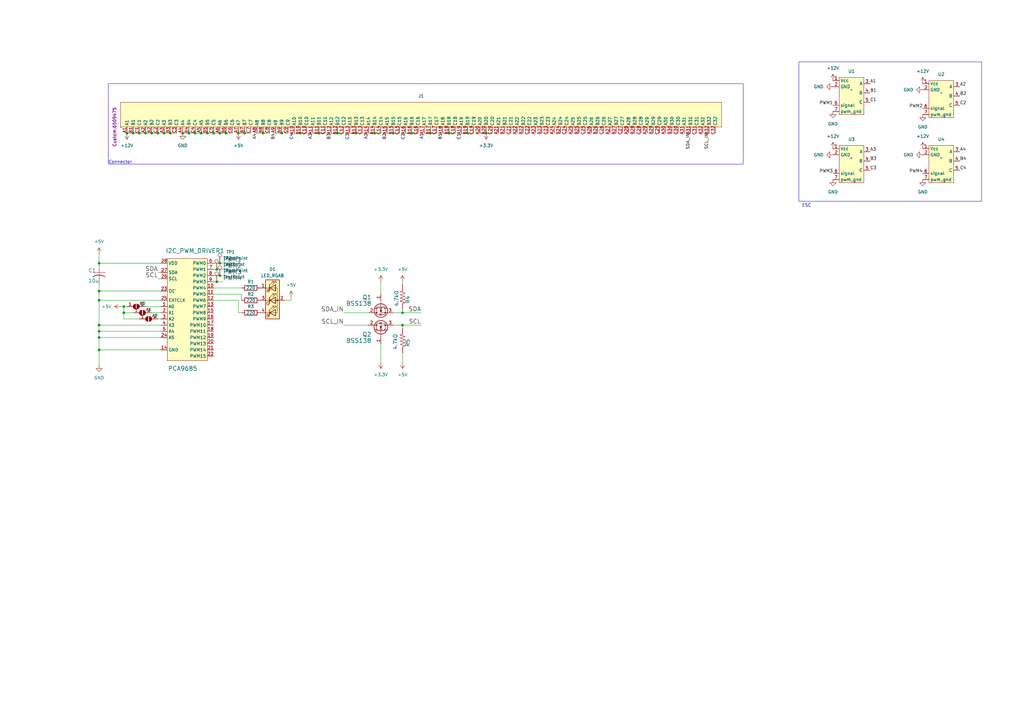
<source format=kicad_sch>
(kicad_sch (version 20230121) (generator eeschema)
  (paper "A3")
  (title_block (title "Thruster Control Card") (company "Robatics @ Maryland") (comment 1 "Andrew Schaefer"))
  (lib_symbols
    (symbol "Connector:TestPoint" (pin_numbers hide) (pin_names (offset 0.762) hide)
      (property "Reference" "TP" (at 0 6.858 0))
      (property "Value" "TestPoint" (at 0 5.08 0))
      (symbol "TestPoint_0_1"
        (circle (center 0 3.302) (radius 0.762))
      )
      (symbol "TestPoint_1_1"
        (pin passive line (at 0 0 90) (length 2.54) (name "1") (number "1"))
      )
    )
    (symbol "Custom:650470"
      (property "Reference" "J" (at 0 0 0))
      (symbol "650470_1_1"
        (rectangle (start 0 0) (end 10.16 -246.38) (fill (type background)))
        (pin passive line (at -2.54 -2.54 0) (length 2.54) (name "A1") (number "A1"))
        (pin passive line (at -2.54 -71.12 0) (length 2.54) (name "A10") (number "A10"))
        (pin passive line (at -2.54 -78.74 0) (length 2.54) (name "A11") (number "A11"))
        (pin passive line (at -2.54 -86.36 0) (length 2.54) (name "A12") (number "A12"))
        (pin passive line (at -2.54 -93.98 0) (length 2.54) (name "A13") (number "A13"))
        (pin passive line (at -2.54 -101.6 0) (length 2.54) (name "A14") (number "A14"))
        (pin passive line (at -2.54 -109.22 0) (length 2.54) (name "A15") (number "A15"))
        (pin passive line (at -2.54 -116.84 0) (length 2.54) (name "A16") (number "A16"))
        (pin passive line (at -2.54 -124.46 0) (length 2.54) (name "A17") (number "A17"))
        (pin passive line (at -2.54 -132.08 0) (length 2.54) (name "A18") (number "A18"))
        (pin passive line (at -2.54 -139.7 0) (length 2.54) (name "A19") (number "A19"))
        (pin passive line (at -2.54 -10.16 0) (length 2.54) (name "A2") (number "A2"))
        (pin passive line (at -2.54 -147.32 0) (length 2.54) (name "A20") (number "A20"))
        (pin passive line (at -2.54 -154.94 0) (length 2.54) (name "A21") (number "A21"))
        (pin passive line (at -2.54 -162.56 0) (length 2.54) (name "A22") (number "A22"))
        (pin passive line (at -2.54 -170.18 0) (length 2.54) (name "A23") (number "A23"))
        (pin passive line (at -2.54 -177.8 0) (length 2.54) (name "A24") (number "A24"))
        (pin passive line (at -2.54 -185.42 0) (length 2.54) (name "A25") (number "A25"))
        (pin passive line (at -2.54 -193.04 0) (length 2.54) (name "A26") (number "A26"))
        (pin passive line (at -2.54 -200.66 0) (length 2.54) (name "A27") (number "A27"))
        (pin passive line (at -2.54 -208.28 0) (length 2.54) (name "A28") (number "A28"))
        (pin passive line (at -2.54 -215.9 0) (length 2.54) (name "A29") (number "A29"))
        (pin passive line (at -2.54 -17.78 0) (length 2.54) (name "A3") (number "A3"))
        (pin passive line (at -2.54 -223.52 0) (length 2.54) (name "A30") (number "A30"))
        (pin passive line (at -2.54 -231.14 0) (length 2.54) (name "A31") (number "A31"))
        (pin passive line (at -2.54 -238.76 0) (length 2.54) (name "A32") (number "A32"))
        (pin passive line (at -2.54 -25.4 0) (length 2.54) (name "A4") (number "A4"))
        (pin passive line (at -2.54 -33.02 0) (length 2.54) (name "A5") (number "A5"))
        (pin passive line (at -2.54 -40.64 0) (length 2.54) (name "A6") (number "A6"))
        (pin passive line (at -2.54 -48.26 0) (length 2.54) (name "A7") (number "A7"))
        (pin passive line (at -2.54 -55.88 0) (length 2.54) (name "A8") (number "A8"))
        (pin passive line (at -2.54 -63.5 0) (length 2.54) (name "A9") (number "A9"))
        (pin passive line (at -2.54 -5.08 0) (length 2.54) (name "B1") (number "B1"))
        (pin passive line (at -2.54 -73.66 0) (length 2.54) (name "B10") (number "B10"))
        (pin passive line (at -2.54 -81.28 0) (length 2.54) (name "B11") (number "B11"))
        (pin passive line (at -2.54 -88.9 0) (length 2.54) (name "B12") (number "B12"))
        (pin passive line (at -2.54 -96.52 0) (length 2.54) (name "B13") (number "B13"))
        (pin passive line (at -2.54 -104.14 0) (length 2.54) (name "B14") (number "B14"))
        (pin passive line (at -2.54 -111.76 0) (length 2.54) (name "B15") (number "B15"))
        (pin passive line (at -2.54 -119.38 0) (length 2.54) (name "B16") (number "B16"))
        (pin passive line (at -2.54 -127 0) (length 2.54) (name "B17") (number "B17"))
        (pin passive line (at -2.54 -134.62 0) (length 2.54) (name "B18") (number "B18"))
        (pin passive line (at -2.54 -142.24 0) (length 2.54) (name "B19") (number "B19"))
        (pin passive line (at -2.54 -12.7 0) (length 2.54) (name "B2") (number "B2"))
        (pin passive line (at -2.54 -149.86 0) (length 2.54) (name "B20") (number "B20"))
        (pin passive line (at -2.54 -157.48 0) (length 2.54) (name "B21") (number "B21"))
        (pin passive line (at -2.54 -165.1 0) (length 2.54) (name "B22") (number "B22"))
        (pin passive line (at -2.54 -172.72 0) (length 2.54) (name "B23") (number "B23"))
        (pin passive line (at -2.54 -180.34 0) (length 2.54) (name "B24") (number "B24"))
        (pin passive line (at -2.54 -187.96 0) (length 2.54) (name "B25") (number "B25"))
        (pin passive line (at -2.54 -195.58 0) (length 2.54) (name "B26") (number "B26"))
        (pin passive line (at -2.54 -203.2 0) (length 2.54) (name "B27") (number "B27"))
        (pin passive line (at -2.54 -210.82 0) (length 2.54) (name "B28") (number "B28"))
        (pin passive line (at -2.54 -218.44 0) (length 2.54) (name "B29") (number "B29"))
        (pin passive line (at -2.54 -20.32 0) (length 2.54) (name "B3") (number "B3"))
        (pin passive line (at -2.54 -226.06 0) (length 2.54) (name "B30") (number "B30"))
        (pin passive line (at -2.54 -233.68 0) (length 2.54) (name "B31") (number "B31"))
        (pin passive line (at -2.54 -241.3 0) (length 2.54) (name "B32") (number "B32"))
        (pin passive line (at -2.54 -27.94 0) (length 2.54) (name "B4") (number "B4"))
        (pin passive line (at -2.54 -35.56 0) (length 2.54) (name "B5") (number "B5"))
        (pin passive line (at -2.54 -43.18 0) (length 2.54) (name "B6") (number "B6"))
        (pin passive line (at -2.54 -50.8 0) (length 2.54) (name "B7") (number "B7"))
        (pin passive line (at -2.54 -58.42 0) (length 2.54) (name "B8") (number "B8"))
        (pin passive line (at -2.54 -66.04 0) (length 2.54) (name "B9") (number "B9"))
        (pin passive line (at -2.54 -7.62 0) (length 2.54) (name "C1") (number "C1"))
        (pin passive line (at -2.54 -76.2 0) (length 2.54) (name "C10") (number "C10"))
        (pin passive line (at -2.54 -83.82 0) (length 2.54) (name "C11") (number "C11"))
        (pin passive line (at -2.54 -91.44 0) (length 2.54) (name "C12") (number "C12"))
        (pin passive line (at -2.54 -99.06 0) (length 2.54) (name "C13") (number "C13"))
        (pin passive line (at -2.54 -106.68 0) (length 2.54) (name "C14") (number "C14"))
        (pin passive line (at -2.54 -114.3 0) (length 2.54) (name "C15") (number "C15"))
        (pin passive line (at -2.54 -121.92 0) (length 2.54) (name "C16") (number "C16"))
        (pin passive line (at -2.54 -129.54 0) (length 2.54) (name "C17") (number "C17"))
        (pin passive line (at -2.54 -137.16 0) (length 2.54) (name "C18") (number "C18"))
        (pin passive line (at -2.54 -144.78 0) (length 2.54) (name "C19") (number "C19"))
        (pin passive line (at -2.54 -15.24 0) (length 2.54) (name "C2") (number "C2"))
        (pin passive line (at -2.54 -152.4 0) (length 2.54) (name "C20") (number "C20"))
        (pin passive line (at -2.54 -160.02 0) (length 2.54) (name "C21") (number "C21"))
        (pin passive line (at -2.54 -167.64 0) (length 2.54) (name "C22") (number "C22"))
        (pin passive line (at -2.54 -175.26 0) (length 2.54) (name "C23") (number "C23"))
        (pin passive line (at -2.54 -182.88 0) (length 2.54) (name "C24") (number "C24"))
        (pin passive line (at -2.54 -190.5 0) (length 2.54) (name "C25") (number "C25"))
        (pin passive line (at -2.54 -198.12 0) (length 2.54) (name "C26") (number "C26"))
        (pin passive line (at -2.54 -205.74 0) (length 2.54) (name "C27") (number "C27"))
        (pin passive line (at -2.54 -213.36 0) (length 2.54) (name "C28") (number "C28"))
        (pin passive line (at -2.54 -220.98 0) (length 2.54) (name "C29") (number "C29"))
        (pin passive line (at -2.54 -22.86 0) (length 2.54) (name "C3") (number "C3"))
        (pin passive line (at -2.54 -228.6 0) (length 2.54) (name "C30") (number "C30"))
        (pin passive line (at -2.54 -236.22 0) (length 2.54) (name "C31") (number "C31"))
        (pin passive line (at -2.54 -243.84 0) (length 2.54) (name "C32") (number "C32"))
        (pin passive line (at -2.54 -30.48 0) (length 2.54) (name "C4") (number "C4"))
        (pin passive line (at -2.54 -38.1 0) (length 2.54) (name "C5") (number "C5"))
        (pin passive line (at -2.54 -45.72 0) (length 2.54) (name "C6") (number "C6"))
        (pin passive line (at -2.54 -53.34 0) (length 2.54) (name "C7") (number "C7"))
        (pin passive line (at -2.54 -60.96 0) (length 2.54) (name "C8") (number "C8"))
        (pin passive line (at -2.54 -68.58 0) (length 2.54) (name "C9") (number "C9"))
      )
    )
    (symbol "Device:LED_RGAB" (pin_names (offset 0) hide)
      (property "Reference" "D1" (at 0 12.7 0))
      (property "Value" "LED_RGAB" (at 0 10.16 0))
      (symbol "LED_RGAB_0_0"
        (text "B" (at -1.905 -6.35 0) (effects (font (size 1.27 1.27))))
        (text "G" (at -1.905 -1.27 0) (effects (font (size 1.27 1.27))))
        (text "R" (at -1.905 3.81 0) (effects (font (size 1.27 1.27))))
      )
      (symbol "LED_RGAB_0_1"
        (polyline (pts (xy -1.27 -5.08) (xy -2.54 -5.08)))
        (polyline (pts (xy -1.27 -5.08) (xy 1.27 -5.08)))
        (polyline (pts (xy -1.27 -3.81) (xy -1.27 -6.35)) (stroke (width 0.254)))
        (polyline (pts (xy -1.27 0) (xy -2.54 0)))
        (polyline (pts (xy -1.27 1.27) (xy -1.27 -1.27)) (stroke (width 0.254)))
        (polyline (pts (xy -1.27 5.08) (xy -2.54 5.08)))
        (polyline (pts (xy -1.27 5.08) (xy 1.27 5.08)))
        (polyline (pts (xy -1.27 6.35) (xy -1.27 3.81)) (stroke (width 0.254)))
        (polyline (pts (xy 1.27 0) (xy -1.27 0)))
        (polyline (pts (xy 1.27 0) (xy 2.54 0)))
        (polyline (pts (xy -1.27 1.27) (xy -1.27 -1.27) (xy -1.27 -1.27)))
        (polyline (pts (xy -1.27 6.35) (xy -1.27 3.81) (xy -1.27 3.81)))
        (polyline (pts (xy 1.27 -5.08) (xy 2.032 -5.08) (xy 2.032 5.08) (xy 1.27 5.08)))
        (polyline (pts (xy 1.27 -3.81) (xy 1.27 -6.35) (xy -1.27 -5.08) (xy 1.27 -3.81)) (stroke (width 0.254)))
        (polyline (pts (xy 1.27 1.27) (xy 1.27 -1.27) (xy -1.27 0) (xy 1.27 1.27)) (stroke (width 0.254)))
        (polyline (pts (xy 1.27 6.35) (xy 1.27 3.81) (xy -1.27 5.08) (xy 1.27 6.35)) (stroke (width 0.254)))
        (polyline (pts (xy -1.016 -3.81) (xy 0.508 -2.286) (xy -0.254 -2.286) (xy 0.508 -2.286) (xy 0.508 -3.048)))
        (polyline (pts (xy -1.016 1.27) (xy 0.508 2.794) (xy -0.254 2.794) (xy 0.508 2.794) (xy 0.508 2.032)))
        (polyline (pts (xy -1.016 6.35) (xy 0.508 7.874) (xy -0.254 7.874) (xy 0.508 7.874) (xy 0.508 7.112)))
        (polyline (pts (xy 0 -3.81) (xy 1.524 -2.286) (xy 0.762 -2.286) (xy 1.524 -2.286) (xy 1.524 -3.048)))
        (polyline (pts (xy 0 1.27) (xy 1.524 2.794) (xy 0.762 2.794) (xy 1.524 2.794) (xy 1.524 2.032)))
        (polyline (pts (xy 0 6.35) (xy 1.524 7.874) (xy 0.762 7.874) (xy 1.524 7.874) (xy 1.524 7.112)))
        (rectangle (start 1.27 -1.27) (end 1.27 1.27))
        (rectangle (start 1.27 1.27) (end 1.27 1.27))
        (rectangle (start 1.27 3.81) (end 1.27 6.35))
        (rectangle (start 1.27 6.35) (end 1.27 6.35))
        (circle (center 2.032 0) (radius 0.254) (fill (type outline)))
        (rectangle (start 2.794 8.382) (end -2.794 -7.62) (stroke (width 0.254)) (fill (type background)))
      )
      (symbol "LED_RGAB_1_1"
        (pin passive line (at -5.08 5.08 0) (length 2.54) (name "RK") (number "1"))
        (pin passive line (at 5.08 0 180) (length 2.54) (name "A") (number "2"))
        (pin passive line (at -5.08 0 0) (length 2.54) (name "GK") (number "3"))
        (pin passive line (at -5.08 -5.08 0) (length 2.54) (name "BK") (number "4"))
      )
    )
    (symbol "Device:R" (pin_numbers hide) (pin_names (offset 0))
      (property "Reference" "R" (at 2.032 0 90))
      (property "Value" "R" (at 0 0 90))
      (symbol "R_0_1"
        (rectangle (start -1.016 -2.54) (end 1.016 2.54) (stroke (width 0.254)))
      )
      (symbol "R_1_1"
        (pin passive line (at 0 3.81 270) (length 1.27) (name "~") (number "1"))
        (pin passive line (at 0 -3.81 90) (length 1.27) (name "~") (number "2"))
      )
    )
    (symbol "ESC_1"
      (property "Reference" "U" (at 0 6.35 0))
      (symbol "ESC_1_1_1"
        (rectangle (start -5.08 5.08) (end 5.08 -10.16) (fill (type background)))
        (pin power_in line (at -7.62 3.81 0) (length 2.54) (name "Vcc") (number "1"))
        (pin power_out line (at -7.62 1.27 0) (length 2.54) (name "GND") (number "2"))
        (pin output line (at 7.62 2.54 180) (length 2.54) (name "A") (number "3"))
        (pin output line (at 7.62 -1.27 180) (length 2.54) (name "B") (number "4"))
        (pin output line (at 7.62 -5.08 180) (length 2.54) (name "C") (number "5"))
        (pin input line (at -7.62 -6.35 0) (length 2.54) (name "signal") (number "6"))
        (pin output line (at -7.62 -8.89 0) (length 2.54) (name "pwm_gnd") (number "7"))
      )
    )
    (symbol "ESC_2"
      (property "Reference" "U" (at 0 6.35 0))
      (symbol "ESC_2_1_1"
        (rectangle (start -5.08 5.08) (end 5.08 -10.16) (fill (type background)))
        (pin power_in line (at -7.62 3.81 0) (length 2.54) (name "Vcc") (number "1"))
        (pin power_out line (at -7.62 1.27 0) (length 2.54) (name "GND") (number "2"))
        (pin output line (at 7.62 2.54 180) (length 2.54) (name "A") (number "3"))
        (pin output line (at 7.62 -1.27 180) (length 2.54) (name "B") (number "4"))
        (pin output line (at 7.62 -5.08 180) (length 2.54) (name "C") (number "5"))
        (pin input line (at -7.62 -6.35 0) (length 2.54) (name "signal") (number "6"))
        (pin output line (at -7.62 -8.89 0) (length 2.54) (name "pwm_gnd") (number "7"))
      )
    )
    (symbol "Jumper:SolderJumper_2_Open" (pin_names (offset 0) hide)
      (property "Reference" "JP" (at 0 2.032 0))
      (property "Value" "SolderJumper_2_Open" (at 0 -2.54 0))
      (symbol "SolderJumper_2_Open_0_1"
        (arc (start -0.254 1.016) (mid -1.2656 0) (end -0.254 -1.016))
        (arc (start -0.254 1.016) (mid -1.2656 0) (end -0.254 -1.016) (fill (type outline)))
        (polyline (pts (xy -0.254 1.016) (xy -0.254 -1.016)))
        (polyline (pts (xy 0.254 1.016) (xy 0.254 -1.016)))
        (arc (start 0.254 -1.016) (mid 1.2656 0) (end 0.254 1.016))
        (arc (start 0.254 -1.016) (mid 1.2656 0) (end 0.254 1.016) (fill (type outline)))
      )
      (symbol "SolderJumper_2_Open_1_1"
        (pin passive line (at -3.81 0 0) (length 2.54) (name "A") (number "1"))
        (pin passive line (at 3.81 0 180) (length 2.54) (name "B") (number "2"))
      )
    )
    (symbol "New_Library:PCA9685"
      (property "Reference" "I2C_PWM_DRIVER1" (at 12.7 1.905 0))
      (property "Value" "PCA9685" (at 7.62 -46.355 0))
      (symbol "PCA9685_0_1"
        (rectangle (start 1.27 -24.13) (end 1.27 -24.13))
        (rectangle (start 1.27 -1.27) (end 1.27 -1.27))
      )
      (symbol "PCA9685_1_1"
        (rectangle (start 1.27 -1.27) (end 17.78 -43.18) (fill (type background)))
        (pin input line (at -1.27 -20.955 0) (length 2.54) (name "A0") (number "1"))
        (pin input line (at 20.32 -13.335 180) (length 2.54) (name "PWM4") (number "10"))
        (pin input line (at 20.32 -15.875 180) (length 2.54) (name "PWM5") (number "11"))
        (pin input line (at 20.32 -18.415 180) (length 2.54) (name "PWM6") (number "12"))
        (pin input line (at 20.32 -20.955 180) (length 2.54) (name "PWM7") (number "13"))
        (pin input line (at -1.27 -38.735 0) (length 2.54) (name "GND") (number "14"))
        (pin input line (at 20.32 -23.495 180) (length 2.54) (name "PWM8") (number "15"))
        (pin input line (at 20.32 -26.035 180) (length 2.54) (name "PWM9") (number "16"))
        (pin input line (at 20.32 -28.575 180) (length 2.54) (name "PWM10") (number "17"))
        (pin input line (at 20.32 -31.115 180) (length 2.54) (name "PWM11") (number "18"))
        (pin input line (at 20.32 -33.655 180) (length 2.54) (name "PWM12") (number "19"))
        (pin input line (at -1.27 -23.495 0) (length 2.54) (name "A1") (number "2"))
        (pin input line (at 20.32 -36.195 180) (length 2.54) (name "PWM13") (number "20"))
        (pin input line (at 20.32 -38.735 180) (length 2.54) (name "PWM14") (number "21"))
        (pin input line (at 20.32 -41.275 180) (length 2.54) (name "PWM15") (number "22"))
        (pin input line (at -1.27 -14.605 0) (length 2.54) (name "OE'") (number "23"))
        (pin input line (at -1.27 -33.655 0) (length 2.54) (name "A5") (number "24"))
        (pin input line (at -1.27 -18.415 0) (length 2.54) (name "EXTCLK") (number "25"))
        (pin input line (at -1.27 -9.525 0) (length 2.54) (name "SCL") (number "26"))
        (pin input line (at -1.27 -6.985 0) (length 2.54) (name "SDA") (number "27"))
        (pin input line (at -1.27 -3.175 0) (length 2.54) (name "VDD") (number "28"))
        (pin input line (at -1.27 -26.035 0) (length 2.54) (name "A2") (number "3"))
        (pin input line (at -1.27 -28.575 0) (length 2.54) (name "A3") (number "4"))
        (pin input line (at -1.27 -31.115 0) (length 2.54) (name "A4") (number "5"))
        (pin input line (at 20.32 -3.175 180) (length 2.54) (name "PWM0") (number "6"))
        (pin input line (at 20.32 -5.715 180) (length 2.54) (name "PWM1") (number "7"))
        (pin output line (at 20.32 -8.255 180) (length 2.54) (name "PWM2") (number "8"))
        (pin output line (at 20.32 -10.795 180) (length 2.54) (name "PWM3") (number "9"))
      )
    )
    (symbol "PowerboardRev5-eagle-import:C-USC0805" (pin_names (offset 1.016))
      (property "Reference" "C" (at 1.016 0.635 0))
      (property "Value" "C-USC0805" (at 1.016 -4.191 0))
      (symbol "C-USC0805_1_0"
        (arc (start 0 -1.016) (mid -1.2939 -1.2289) (end -2.4638 -1.8288) (stroke (width 0.254)))
        (polyline (pts (xy -2.54 0) (xy 2.54 0)))
        (polyline (pts (xy 0 -1.016) (xy 0 -2.54)))
        (arc (start 2.4892 -1.8542) (mid 1.3167 -1.2157) (end 0 -0.9906) (stroke (width 0.254)))
        (pin passive line (at 0 2.54 270) (length 2.54) (name "1") (number "1"))
        (pin passive line (at 0 -5.08 90) (length 2.54) (name "2") (number "2"))
      )
    )
    (symbol "PowerboardRev5-eagle-import:R-US_R0805" (pin_names (offset 1.016))
      (property "Reference" "R" (at -3.81 1.4986 0))
      (property "Value" "R-US_R0805" (at -3.81 -3.302 0))
      (symbol "R-US_R0805_1_0"
        (polyline (pts (xy -2.54 0) (xy -2.159 1.016)))
        (polyline (pts (xy -2.159 1.016) (xy -1.524 -1.016)))
        (polyline (pts (xy -1.524 -1.016) (xy -0.889 1.016)))
        (polyline (pts (xy -0.889 1.016) (xy -0.254 -1.016)))
        (polyline (pts (xy -0.254 -1.016) (xy 0.381 1.016)))
        (polyline (pts (xy 0.381 1.016) (xy 1.016 -1.016)))
        (polyline (pts (xy 1.016 -1.016) (xy 1.651 1.016)))
        (polyline (pts (xy 1.651 1.016) (xy 2.286 -1.016)))
        (polyline (pts (xy 2.286 -1.016) (xy 2.54 0)))
        (pin passive line (at -5.08 0 0) (length 2.54) (name "1") (number "1"))
        (pin passive line (at 5.08 0 180) (length 2.54) (name "2") (number "2"))
      )
    )
    (symbol "Thruster_Control_Components:ESC"
      (property "Reference" "U" (at 0 6.35 0))
      (symbol "ESC_1_1"
        (rectangle (start -5.08 5.08) (end 5.08 -10.16) (fill (type background)))
        (pin power_in line (at -7.62 3.81 0) (length 2.54) (name "Vcc") (number "1"))
        (pin power_out line (at -7.62 1.27 0) (length 2.54) (name "GND") (number "2"))
        (pin output line (at 7.62 2.54 180) (length 2.54) (name "A") (number "3"))
        (pin output line (at 7.62 -1.27 180) (length 2.54) (name "B") (number "4"))
        (pin output line (at 7.62 -5.08 180) (length 2.54) (name "C") (number "5"))
        (pin input line (at -7.62 -6.35 0) (length 2.54) (name "signal") (number "6"))
        (pin output line (at -7.62 -8.89 0) (length 2.54) (name "pwm_gnd") (number "7"))
      )
    )
    (symbol "Transistor_FET:IRLZ34N" (pin_names hide)
      (property "Reference" "Q" (at 6.35 1.905 0))
      (property "Value" "IRLZ34N" (at 6.35 0 0))
      (symbol "IRLZ34N_0_1"
        (polyline (pts (xy 0.254 0) (xy -2.54 0)))
        (polyline (pts (xy 0.254 1.905) (xy 0.254 -1.905)) (stroke (width 0.254)))
        (polyline (pts (xy 0.762 -1.27) (xy 0.762 -2.286)) (stroke (width 0.254)))
        (polyline (pts (xy 0.762 0.508) (xy 0.762 -0.508)) (stroke (width 0.254)))
        (polyline (pts (xy 0.762 2.286) (xy 0.762 1.27)) (stroke (width 0.254)))
        (polyline (pts (xy 2.54 2.54) (xy 2.54 1.778)))
        (polyline (pts (xy 2.54 -2.54) (xy 2.54 0) (xy 0.762 0)))
        (polyline (pts (xy 0.762 -1.778) (xy 3.302 -1.778) (xy 3.302 1.778) (xy 0.762 1.778)))
        (polyline (pts (xy 1.016 0) (xy 2.032 0.381) (xy 2.032 -0.381) (xy 1.016 0)) (fill (type outline)))
        (polyline (pts (xy 2.794 0.508) (xy 2.921 0.381) (xy 3.683 0.381) (xy 3.81 0.254)))
        (polyline (pts (xy 3.302 0.381) (xy 2.921 -0.254) (xy 3.683 -0.254) (xy 3.302 0.381)))
        (circle (center 1.651 0) (radius 2.794) (stroke (width 0.254)))
        (circle (center 2.54 -1.778) (radius 0.254) (fill (type outline)))
        (circle (center 2.54 1.778) (radius 0.254) (fill (type outline)))
      )
      (symbol "IRLZ34N_1_1"
        (pin input line (at -5.08 0 0) (length 2.54) (name "G") (number "1"))
        (pin passive line (at 2.54 5.08 270) (length 2.54) (name "D") (number "2"))
        (pin passive line (at 2.54 -5.08 90) (length 2.54) (name "S") (number "3"))
      )
    )
    (symbol "power:+12V" (power) (pin_names (offset 0))
      (property "Value" "+12V" (at 0 3.556 0))
      (symbol "+12V_0_1"
        (polyline (pts (xy -0.762 1.27) (xy 0 2.54)))
        (polyline (pts (xy 0 0) (xy 0 2.54)))
        (polyline (pts (xy 0 2.54) (xy 0.762 1.27)))
      )
      (symbol "+12V_1_1"
        (pin power_in line (at 0 0 90) (length 0) hide (name "+12V") (number "1"))
      )
    )
    (symbol "power:+3.3V" (power) (pin_names (offset 0))
      (property "Value" "+3.3V" (at 0 3.556 0))
      (symbol "+3.3V_0_1"
        (polyline (pts (xy -0.762 1.27) (xy 0 2.54)))
        (polyline (pts (xy 0 0) (xy 0 2.54)))
        (polyline (pts (xy 0 2.54) (xy 0.762 1.27)))
      )
      (symbol "+3.3V_1_1"
        (pin power_in line (at 0 0 90) (length 0) hide (name "+3.3V") (number "1"))
      )
    )
    (symbol "power:+5V" (power) (pin_names (offset 0))
      (property "Value" "+5V" (at 0 3.556 0))
      (symbol "+5V_0_1"
        (polyline (pts (xy -0.762 1.27) (xy 0 2.54)))
        (polyline (pts (xy 0 0) (xy 0 2.54)))
        (polyline (pts (xy 0 2.54) (xy 0.762 1.27)))
      )
      (symbol "+5V_1_1"
        (pin power_in line (at 0 0 90) (length 0) hide (name "+5V") (number "1"))
      )
    )
    (symbol "power:GND" (power) (pin_names (offset 0))
      (property "Value" "GND" (at 0 -3.81 0))
      (symbol "GND_0_1"
        (polyline (pts (xy 0 0) (xy 0 -1.27) (xy 1.27 -1.27) (xy 0 -2.54) (xy -1.27 -1.27) (xy 0 -1.27)))
      )
      (symbol "GND_1_1"
        (pin power_in line (at 0 0 270) (length 0) hide (name "GND") (number "1"))
      )
    )
  )
  (junction (at 40.64 135.89))
  (junction (at 115.57 54.61))
  (junction (at 85.09 54.61))
  (junction (at 64.77 54.61))
  (junction (at 87.63 54.61))
  (junction (at 57.15 54.61))
  (junction (at 176.53 54.61))
  (junction (at 165.1 128.27))
  (junction (at 165.1 133.35))
  (junction (at 130.81 54.61))
  (junction (at 97.79 54.61))
  (junction (at 191.77 54.61))
  (junction (at 52.07 54.61))
  (junction (at 153.67 54.61))
  (junction (at 107.95 54.61))
  (junction (at 199.39 54.61))
  (junction (at 90.17 107.95))
  (junction (at 161.29 54.61))
  (junction (at 88.9 110.49))
  (junction (at 40.64 143.51))
  (junction (at 90.17 113.03))
  (junction (at 184.15 54.61))
  (junction (at 100.33 54.61))
  (junction (at 40.64 133.35))
  (junction (at 80.01 54.61))
  (junction (at 88.9 115.57))
  (junction (at 67.31 54.61))
  (junction (at 40.64 123.19))
  (junction (at 77.47 54.61))
  (junction (at 82.55 54.61))
  (junction (at 90.17 54.61))
  (junction (at 69.85 54.61))
  (junction (at 62.23 54.61))
  (junction (at 74.93 54.61))
  (junction (at 50.8 125.73))
  (junction (at 92.71 54.61))
  (junction (at 59.69 54.61))
  (junction (at 40.64 119.38))
  (junction (at 40.64 138.43))
  (junction (at 146.05 54.61))
  (junction (at 40.64 107.95))
  (junction (at 123.19 54.61))
  (junction (at 168.91 54.61))
  (junction (at 138.43 54.61))
  (junction (at 54.61 54.61))
  (junction (at 50.8 128.27))
  (wire (pts (xy 97.79 128.27) (xy 97.79 123.19)))
  (wire (pts (xy 165.1 127) (xy 165.1 128.27)))
  (wire (pts (xy 107.95 54.61) (xy 110.49 54.61)))
  (wire (pts (xy 97.79 123.19) (xy 87.63 123.19)))
  (wire (pts (xy 189.23 54.61) (xy 191.77 54.61)))
  (wire (pts (xy 40.64 133.35) (xy 66.04 133.35)))
  (wire (pts (xy 100.33 54.61) (xy 102.87 54.61)))
  (wire (pts (xy 88.9 115.57) (xy 87.63 115.57)))
  (wire (pts (xy 199.39 54.61) (xy 201.93 54.61)))
  (wire (pts (xy 59.69 125.73) (xy 66.04 125.73)))
  (wire (pts (xy 40.64 109.22) (xy 40.64 107.95)))
  (wire (pts (xy 151.13 54.61) (xy 153.67 54.61)))
  (wire (pts (xy 49.53 125.73) (xy 50.8 125.73)))
  (wire (pts (xy 165.1 128.27) (xy 172.72 128.27)))
  (wire (pts (xy 87.63 54.61) (xy 90.17 54.61)))
  (wire (pts (xy 173.99 54.61) (xy 176.53 54.61)))
  (wire (pts (xy 54.61 54.61) (xy 57.15 54.61)))
  (wire (pts (xy 40.64 135.89) (xy 40.64 138.43)))
  (wire (pts (xy 143.51 54.61) (xy 146.05 54.61)))
  (wire (pts (xy 191.77 54.61) (xy 194.31 54.61)))
  (wire (pts (xy 74.93 54.61) (xy 77.47 54.61)))
  (wire (pts (xy 64.77 54.61) (xy 67.31 54.61)))
  (wire (pts (xy 40.64 138.43) (xy 66.04 138.43)))
  (wire (pts (xy 92.71 54.61) (xy 95.25 54.61)))
  (wire (pts (xy 40.64 123.19) (xy 66.04 123.19)))
  (wire (pts (xy 168.91 54.61) (xy 171.45 54.61)))
  (wire (pts (xy 40.64 116.84) (xy 40.64 119.38)))
  (wire (pts (xy 85.09 54.61) (xy 87.63 54.61)))
  (wire (pts (xy 115.57 54.61) (xy 118.11 54.61)))
  (wire (pts (xy 77.47 54.61) (xy 80.01 54.61)))
  (wire (pts (xy 113.03 54.61) (xy 115.57 54.61)))
  (wire (pts (xy 90.17 54.61) (xy 92.71 54.61)))
  (wire (pts (xy 123.19 54.61) (xy 125.73 54.61)))
  (wire (pts (xy 40.64 138.43) (xy 40.64 143.51)))
  (wire (pts (xy 97.79 54.61) (xy 100.33 54.61)))
  (wire (pts (xy 57.15 130.81) (xy 50.8 130.81)))
  (wire (pts (xy 69.85 54.61) (xy 72.39 54.61)))
  (wire (pts (xy 40.64 133.35) (xy 40.64 135.89)))
  (wire (pts (xy 158.75 54.61) (xy 161.29 54.61)))
  (wire (pts (xy 50.8 125.73) (xy 52.07 125.73)))
  (wire (pts (xy 40.64 123.19) (xy 40.64 133.35)))
  (wire (pts (xy 52.07 54.61) (xy 54.61 54.61)))
  (wire (pts (xy 161.29 54.61) (xy 163.83 54.61)))
  (wire (pts (xy 90.17 113.03) (xy 87.63 113.03)))
  (wire (pts (xy 119.38 121.92) (xy 119.38 123.19)))
  (wire (pts (xy 120.65 54.61) (xy 123.19 54.61)))
  (wire (pts (xy 135.89 54.61) (xy 138.43 54.61)))
  (wire (pts (xy 64.77 114.3) (xy 66.04 114.3)))
  (wire (pts (xy 161.29 133.35) (xy 165.1 133.35)))
  (wire (pts (xy 156.21 115.57) (xy 156.21 120.65)))
  (wire (pts (xy 116.84 123.19) (xy 119.38 123.19)))
  (wire (pts (xy 138.43 54.61) (xy 140.97 54.61)))
  (wire (pts (xy 87.63 118.11) (xy 99.06 118.11)))
  (wire (pts (xy 172.72 133.35) (xy 165.1 133.35)))
  (wire (pts (xy 40.64 119.38) (xy 66.04 119.38)))
  (wire (pts (xy 156.21 140.97) (xy 156.21 148.59)))
  (wire (pts (xy 105.41 54.61) (xy 107.95 54.61)))
  (wire (pts (xy 40.64 143.51) (xy 66.04 143.51)))
  (wire (pts (xy 40.64 135.89) (xy 66.04 135.89)))
  (wire (pts (xy 181.61 54.61) (xy 184.15 54.61)))
  (wire (pts (xy 50.8 130.81) (xy 50.8 128.27)))
  (wire (pts (xy 87.63 120.65) (xy 99.06 120.65)))
  (wire (pts (xy 91.44 115.57) (xy 88.9 115.57)))
  (wire (pts (xy 161.29 128.27) (xy 165.1 128.27)))
  (wire (pts (xy 196.85 54.61) (xy 199.39 54.61)))
  (wire (pts (xy 64.77 130.81) (xy 66.04 130.81)))
  (wire (pts (xy 153.67 54.61) (xy 156.21 54.61)))
  (wire (pts (xy 40.64 143.51) (xy 40.64 149.86)))
  (wire (pts (xy 99.06 128.27) (xy 97.79 128.27)))
  (wire (pts (xy 50.8 128.27) (xy 50.8 125.73)))
  (wire (pts (xy 128.27 54.61) (xy 130.81 54.61)))
  (wire (pts (xy 184.15 54.61) (xy 186.69 54.61)))
  (wire (pts (xy 130.81 54.61) (xy 133.35 54.61)))
  (wire (pts (xy 165.1 144.78) (xy 165.1 148.59)))
  (wire (pts (xy 82.55 54.61) (xy 85.09 54.61)))
  (wire (pts (xy 91.44 113.03) (xy 90.17 113.03)))
  (wire (pts (xy 165.1 134.62) (xy 165.1 133.35)))
  (wire (pts (xy 91.44 110.49) (xy 88.9 110.49)))
  (wire (pts (xy 59.69 54.61) (xy 62.23 54.61)))
  (wire (pts (xy 64.77 111.76) (xy 66.04 111.76)))
  (wire (pts (xy 67.31 54.61) (xy 69.85 54.61)))
  (wire (pts (xy 166.37 54.61) (xy 168.91 54.61)))
  (wire (pts (xy 88.9 110.49) (xy 87.63 110.49)))
  (wire (pts (xy 91.44 107.95) (xy 90.17 107.95)))
  (wire (pts (xy 62.23 54.61) (xy 64.77 54.61)))
  (wire (pts (xy 80.01 54.61) (xy 82.55 54.61)))
  (wire (pts (xy 57.15 54.61) (xy 59.69 54.61)))
  (wire (pts (xy 62.23 128.27) (xy 66.04 128.27)))
  (wire (pts (xy 40.64 104.14) (xy 40.64 107.95)))
  (wire (pts (xy 40.64 107.95) (xy 66.04 107.95)))
  (wire (pts (xy 40.64 119.38) (xy 40.64 123.19)))
  (wire (pts (xy 176.53 54.61) (xy 179.07 54.61)))
  (wire (pts (xy 146.05 54.61) (xy 148.59 54.61)))
  (wire (pts (xy 140.97 133.35) (xy 151.13 133.35)))
  (wire (pts (xy 140.97 128.27) (xy 151.13 128.27)))
  (wire (pts (xy 165.1 115.57) (xy 165.1 116.84)))
  (wire (pts (xy 99.06 120.65) (xy 99.06 123.19)))
  (wire (pts (xy 50.8 128.27) (xy 54.61 128.27)))
  (wire (pts (xy 90.17 107.95) (xy 87.63 107.95)))
  (rectangle (start 327.66 25.4) (end 402.59 82.55))
  (rectangle (start 44.45 34.29) (end 304.8 67.31))
  (text "ESC" (at 328.93 85.09 0) (effects (font (size 1.27 1.27)) (justify left bottom)))
  (text "Connector" (at 44.45 67.31 0) (effects (font (size 1.27 1.27)) (justify left bottom)))
  (label "A1" (at 356.87 34.29 0))
  (label "A1" (at 173.99 54.61 270))
  (label "C2" (at 393.7 43.18 0))
  (label "SCL_IN" (at 290.83 54.61 270))
  (label "PWM4" (at 91.44 115.57 0) (effects (font (size 1.778 1.778))))
  (label "B3" (at 135.89 54.61 270))
  (label "PWM2" (at 378.46 44.45 180))
  (label "C2" (at 166.37 54.61 270))
  (label "B2" (at 158.75 54.61 270))
  (label "PWM1" (at 341.63 43.18 180))
  (label "SCL" (at 172.72 133.35 180) (effects (font (size 1.778 1.778))))
  (label "C4" (at 120.65 54.61 270))
  (label "SDA_IN" (at 283.21 54.61 270))
  (label "B1" (at 181.61 54.61 270))
  (label "SDA_IN" (at 140.97 128.27 180) (effects (font (size 1.778 1.778))))
  (label "A2" (at 393.7 35.56 0))
  (label "A4" (at 393.7 62.23 0))
  (label "PWM2" (at 91.44 110.49 0) (effects (font (size 1.778 1.778))))
  (label "PWM4" (at 378.46 71.12 180))
  (label "C3" (at 143.51 54.61 270))
  (label "A2" (at 151.13 54.61 270))
  (label "PWM3" (at 91.44 113.03 0) (effects (font (size 1.778 1.778))))
  (label "C4" (at 393.7 69.85 0))
  (label "A3" (at 356.87 62.23 0))
  (label "PWM1" (at 91.44 107.95 0) (effects (font (size 1.778 1.778))))
  (label "B4" (at 393.7 66.04 0))
  (label "SCL_IN" (at 140.97 133.35 180) (effects (font (size 1.778 1.778))))
  (label "A4" (at 105.41 54.61 270))
  (label "SCL" (at 64.77 114.3 180) (effects (font (size 1.778 1.778))))
  (label "C1" (at 189.23 54.61 270))
  (label "C1" (at 356.87 41.91 0))
  (label "PWM3" (at 341.63 71.12 180))
  (label "B2" (at 393.7 39.37 0))
  (label "SDA" (at 172.72 128.27 180) (effects (font (size 1.778 1.778))))
  (label "SDA" (at 64.77 111.76 180) (effects (font (size 1.778 1.778))))
  (label "C3" (at 356.87 69.85 0))
  (label "B1" (at 356.87 38.1 0))
  (label "A3" (at 128.27 54.61 270))
  (label "B3" (at 356.87 66.04 0))
  (label "B4" (at 113.03 54.61 270))
  (symbol (lib_id "PowerboardRev5-eagle-import:C-USC0805") (at 40.64 111.76 0) (mirror y) (unit 1)
    (property "Reference" "C1" (at 39.37 111.76 0) (effects (font (size 1.4986 1.4986)) (justify left bottom)))
    (property "Value" "10u" (at 40.64 114.3 0) (effects (font (size 1.4986 1.4986)) (justify left top)))
    (property "Footprint" "Capacitor_SMD:C_0805_2012Metric_Pad1.18x1.45mm_HandSolder" (effects hide))
  )
  (symbol (lib_id "Thruster_Control_Components:ESC") (at 349.25 64.77 0) (unit 1)
    (property "Reference" "U3" (at 349.25 57.15 0))
    (property "Value" "~" (at 349.25 64.77 0))
    (property "Footprint" "Thruster_Control_Card_Custom_Footprints:ESC" (effects hide))
  )
  (symbol (lib_id "Connector:TestPoint") (at 90.17 113.03 0) (unit 1)
    (property "Reference" "TP3" (at 92.71 108.458 0) (effects (justify left)))
    (property "Value" "TestPoint" (at 92.71 110.998 0) (effects (justify left)))
    (property "Footprint" "TestPoint:TestPoint_Pad_D1.5mm" (effects hide))
  )
  (symbol (lib_id "Device:R") (at 102.87 118.11 270) (unit 1)
    (property "Reference" "R1" (at 102.87 115.57 90))
    (property "Value" "220" (at 102.87 118.11 90))
    (property "Footprint" "Resistor_SMD:R_0805_2012Metric_Pad1.20x1.40mm_HandSolder" (effects hide))
  )
  (symbol (lib_id "power:GND") (at 40.64 149.86 0) (unit 1)
    (property "Reference" "#PWR06" (effects hide))
    (property "Value" "GND" (at 40.64 154.94 0))
  )
  (symbol (lib_id "power:GND") (at 378.46 36.83 270) (unit 1)
    (property "Reference" "#PWR032" (effects hide))
    (property "Value" "GND" (at 374.65 36.83 90) (effects (justify right)))
  )
  (symbol (lib_id "PowerboardRev5-eagle-import:R-US_R0805") (at 165.1 139.7 270) (mirror x) (unit 1)
    (property "Reference" "R5" (at 166.37 142.24 0) (effects (font (size 1.4986 1.4986)) (justify left bottom)))
    (property "Value" "4.7kO" (at 161.29 143.51 0) (effects (font (size 1.4986 1.4986)) (justify left bottom)))
    (property "Footprint" "Resistor_SMD:R_0805_2012Metric_Pad1.20x1.40mm_HandSolder" (effects hide))
  )
  (symbol (lib_id "power:GND") (at 341.63 45.72 0) (unit 1)
    (property "Reference" "#PWR040" (effects hide))
    (property "Value" "GND" (at 341.63 50.8 0))
  )
  (symbol (lib_id "Device:R") (at 102.87 128.27 270) (unit 1)
    (property "Reference" "R3" (at 102.87 125.73 90))
    (property "Value" "220" (at 102.87 128.27 90))
    (property "Footprint" "Resistor_SMD:R_0805_2012Metric_Pad1.20x1.40mm_HandSolder" (effects hide))
  )
  (symbol (lib_id "power:GND") (at 341.63 35.56 270) (unit 1)
    (property "Reference" "#PWR031" (effects hide))
    (property "Value" "GND" (at 337.82 35.56 90) (effects (justify right)))
  )
  (symbol (lib_id "Connector:TestPoint") (at 90.17 107.95 0) (unit 1)
    (property "Reference" "TP1" (at 92.71 103.378 0) (effects (justify left)))
    (property "Value" "TestPoint" (at 92.71 105.918 0) (effects (justify left)))
    (property "Footprint" "TestPoint:TestPoint_Pad_D1.5mm" (effects hide))
  )
  (symbol (lib_id "power:+5V") (at 40.64 104.14 0) (unit 1)
    (property "Reference" "#PWR07" (effects hide))
    (property "Value" "+5V" (at 40.64 99.06 0))
  )
  (symbol (lib_id "Transistor_FET:IRLZ34N") (at 156.21 125.73 90) (mirror x) (unit 1)
    (property "Reference" "Q1" (at 152.4 121.92 90) (effects (font (size 1.778 1.778)) (justify left)))
    (property "Value" "BSS138" (at 152.4 124.46 90) (effects (font (size 1.778 1.778)) (justify left)))
    (property "Footprint" "Package_TO_SOT_SMD:SOT-23_Handsoldering" (effects hide))
    (property "Datasheet" "http://www.infineon.com/dgdl/irlz34npbf.pdf?fileId=5546d462533600a40153567206892720" (effects hide))
  )
  (symbol (lib_id "Device:R") (at 102.87 123.19 270) (unit 1)
    (property "Reference" "R2" (at 102.87 120.65 90))
    (property "Value" "220" (at 102.87 123.19 90))
    (property "Footprint" "Resistor_SMD:R_0805_2012Metric_Pad1.20x1.40mm_HandSolder" (effects hide))
  )
  (symbol (lib_id "Device:LED_RGAB") (at 111.76 123.19 0) (unit 1)
    (property "Reference" "D1" (at 111.76 110.49 0))
    (property "Value" "LED_RGAB" (at 111.76 113.03 0))
    (property "Footprint" "LED_THT:LED_D5.0mm-4_RGB" (effects hide))
  )
  (symbol (lib_name "ESC_1") (lib_id "Thruster_Control_Components:ESC") (at 349.25 36.83 0) (unit 1)
    (property "Reference" "U1" (at 349.25 29.21 0))
    (property "Value" "~" (at 349.25 36.83 0))
    (property "Footprint" "Thruster_Control_Card_Custom_Footprints:ESC" (effects hide))
  )
  (symbol (lib_id "Jumper:SolderJumper_2_Open") (at 60.96 130.81 0) (unit 1)
    (property "Reference" "A2" (at 63.5 129.54 0))
    (property "Value" "SolderJumper_2_Open" (effects hide))
    (property "Footprint" "Jumper:SolderJumper-2_P1.3mm_Open_TrianglePad1.0x1.5mm" (effects hide))
  )
  (symbol (lib_id "PowerboardRev5-eagle-import:R-US_R0805") (at 165.1 121.92 270) (mirror x) (unit 1)
    (property "Reference" "R4" (at 166.37 124.46 0) (effects (font (size 1.4986 1.4986)) (justify left bottom)))
    (property "Value" "4.7kO" (at 161.798 125.73 0) (effects (font (size 1.4986 1.4986)) (justify left bottom)))
    (property "Footprint" "Resistor_SMD:R_0805_2012Metric_Pad1.20x1.40mm_HandSolder" (effects hide))
  )
  (symbol (lib_id "Jumper:SolderJumper_2_Open") (at 58.42 128.27 0) (unit 1)
    (property "Reference" "A1" (at 60.96 127 0))
    (property "Value" "SolderJumper_2_Open" (effects hide))
    (property "Footprint" "Jumper:SolderJumper-2_P1.3mm_Open_TrianglePad1.0x1.5mm" (effects hide))
  )
  (symbol (lib_id "power:+5V") (at 165.1 148.59 180) (unit 1)
    (property "Reference" "#PWR011" (effects hide))
    (property "Value" "+5V" (at 165.1 153.67 0))
  )
  (symbol (lib_id "power:+3.3V") (at 156.21 115.57 0) (unit 1)
    (property "Reference" "#PWR013" (effects hide))
    (property "Value" "+3.3V" (at 156.21 110.49 0))
  )
  (symbol (lib_id "power:+5V") (at 97.79 54.61 180) (unit 1)
    (property "Reference" "#PWR047" (effects hide))
    (property "Value" "+5V" (at 97.79 59.69 0))
  )
  (symbol (lib_id "power:+3.3V") (at 199.39 54.61 180) (unit 1)
    (property "Reference" "#PWR010" (effects hide))
    (property "Value" "+3.3V" (at 199.39 59.69 0))
  )
  (symbol (lib_id "power:GND") (at 341.63 63.5 270) (unit 1)
    (property "Reference" "#PWR035" (effects hide))
    (property "Value" "GND" (at 337.82 63.5 90) (effects (justify right)))
  )
  (symbol (lib_id "power:+12V") (at 341.63 60.96 0) (unit 1)
    (property "Reference" "#PWR02" (effects hide))
    (property "Value" "+12V" (at 341.63 55.88 0))
  )
  (symbol (lib_id "power:GND") (at 74.93 54.61 0) (unit 1)
    (property "Reference" "#PWR046" (effects hide))
    (property "Value" "GND" (at 74.93 59.69 0))
  )
  (symbol (lib_id "power:+12V") (at 378.46 60.96 0) (unit 1)
    (property "Reference" "#PWR03" (effects hide))
    (property "Value" "+12V" (at 378.46 55.88 0))
  )
  (symbol (lib_id "Thruster_Control_Components:ESC") (at 386.08 64.77 0) (unit 1)
    (property "Reference" "U4" (at 386.08 57.15 0))
    (property "Value" "~" (at 386.08 64.77 0))
    (property "Footprint" "Thruster_Control_Card_Custom_Footprints:ESC" (effects hide))
  )
  (symbol (lib_name "ESC_2") (lib_id "Thruster_Control_Components:ESC") (at 386.08 38.1 0) (unit 1)
    (property "Reference" "U2" (at 386.08 30.48 0))
    (property "Value" "~" (at 386.08 38.1 0))
    (property "Footprint" "Thruster_Control_Card_Custom_Footprints:ESC" (effects hide))
  )
  (symbol (lib_id "Transistor_FET:IRLZ34N") (at 156.21 135.89 90) (unit 1)
    (property "Reference" "Q2" (at 152.4 137.16 90) (effects (font (size 1.778 1.778)) (justify left)))
    (property "Value" "BSS138" (at 152.4 139.7 90) (effects (font (size 1.778 1.778)) (justify left)))
    (property "Footprint" "Package_TO_SOT_SMD:SOT-23_Handsoldering" (effects hide))
    (property "Datasheet" "http://www.infineon.com/dgdl/irlz34npbf.pdf?fileId=5546d462533600a40153567206892720" (effects hide))
  )
  (symbol (lib_id "power:+5V") (at 119.38 121.92 0) (unit 1)
    (property "Reference" "#PWR09" (effects hide))
    (property "Value" "+5V" (at 119.38 116.84 0))
  )
  (symbol (lib_id "power:GND") (at 378.46 63.5 270) (unit 1)
    (property "Reference" "#PWR033" (effects hide))
    (property "Value" "GND" (at 374.65 63.5 90) (effects (justify right)))
  )
  (symbol (lib_id "power:+12V") (at 341.63 33.02 0) (unit 1)
    (property "Reference" "#PWR01" (effects hide))
    (property "Value" "+12V" (at 341.63 27.94 0))
  )
  (symbol (lib_id "Connector:TestPoint") (at 88.9 110.49 0) (unit 1)
    (property "Reference" "TP2" (at 91.44 105.918 0) (effects (justify left)))
    (property "Value" "TestPoint" (at 91.44 108.458 0) (effects (justify left)))
    (property "Footprint" "TestPoint:TestPoint_Pad_D1.5mm" (effects hide))
  )
  (symbol (lib_id "New_Library:PCA9685") (at 67.31 104.775 0) (unit 1)
    (property "Reference" "I2C_PWM_DRIVER1" (at 80.01 102.87 0) (effects (font (size 1.778 1.778))))
    (property "Value" "PCA9685" (at 74.93 151.13 0) (effects (font (size 1.778 1.778))))
    (property "Footprint" "Package_SO:TSSOP-28_4.4x9.7mm_P0.65mm" (effects hide))
  )
  (symbol (lib_id "power:GND") (at 341.63 73.66 0) (unit 1)
    (property "Reference" "#PWR039" (effects hide))
    (property "Value" "GND" (at 341.63 78.74 0))
  )
  (symbol (lib_id "power:+5V") (at 49.53 125.73 90) (unit 1)
    (property "Reference" "#PWR08" (effects hide))
    (property "Value" "+5V" (at 45.72 125.73 90) (effects (justify left)))
  )
  (symbol (lib_id "Custom:650470") (at 49.53 52.07 90) (unit 1)
    (property "Reference" "J1" (at 172.72 39.37 90))
    (property "Value" "~" (at 49.53 52.07 0))
    (property "Footprint" "Custom:6509475" (at 46.99 52.07 0))
  )
  (symbol (lib_id "power:GND") (at 378.46 46.99 0) (unit 1)
    (property "Reference" "#PWR041" (effects hide))
    (property "Value" "GND" (at 378.46 52.07 0))
  )
  (symbol (lib_id "power:+5V") (at 165.1 115.57 0) (unit 1)
    (property "Reference" "#PWR05" (effects hide))
    (property "Value" "+5V" (at 165.1 110.49 0))
  )
  (symbol (lib_id "power:+3.3V") (at 156.21 148.59 180) (unit 1)
    (property "Reference" "#PWR012" (effects hide))
    (property "Value" "+3.3V" (at 156.21 153.67 0))
  )
  (symbol (lib_id "power:+12V") (at 378.46 34.29 0) (unit 1)
    (property "Reference" "#PWR04" (effects hide))
    (property "Value" "+12V" (at 378.46 29.21 0))
  )
  (symbol (lib_id "Connector:TestPoint") (at 88.9 115.57 0) (unit 1)
    (property "Reference" "TP4" (at 91.44 110.998 0) (effects (justify left)))
    (property "Value" "TestPoint" (at 91.44 113.538 0) (effects (justify left)))
    (property "Footprint" "TestPoint:TestPoint_Pad_D1.5mm" (effects hide))
  )
  (symbol (lib_id "power:GND") (at 378.46 73.66 0) (unit 1)
    (property "Reference" "#PWR042" (effects hide))
    (property "Value" "GND" (at 378.46 78.74 0))
  )
  (symbol (lib_id "power:+12V") (at 52.07 54.61 180) (unit 1)
    (property "Reference" "#PWR045" (effects hide))
    (property "Value" "+12V" (at 52.07 59.69 0))
  )
  (symbol (lib_id "Jumper:SolderJumper_2_Open") (at 55.88 125.73 0) (unit 1)
    (property "Reference" "A0" (at 58.42 124.46 0))
    (property "Value" "SolderJumper_2_Open" (effects hide))
    (property "Footprint" "Jumper:SolderJumper-2_P1.3mm_Open_TrianglePad1.0x1.5mm" (effects hide))
  )
)
</source>
